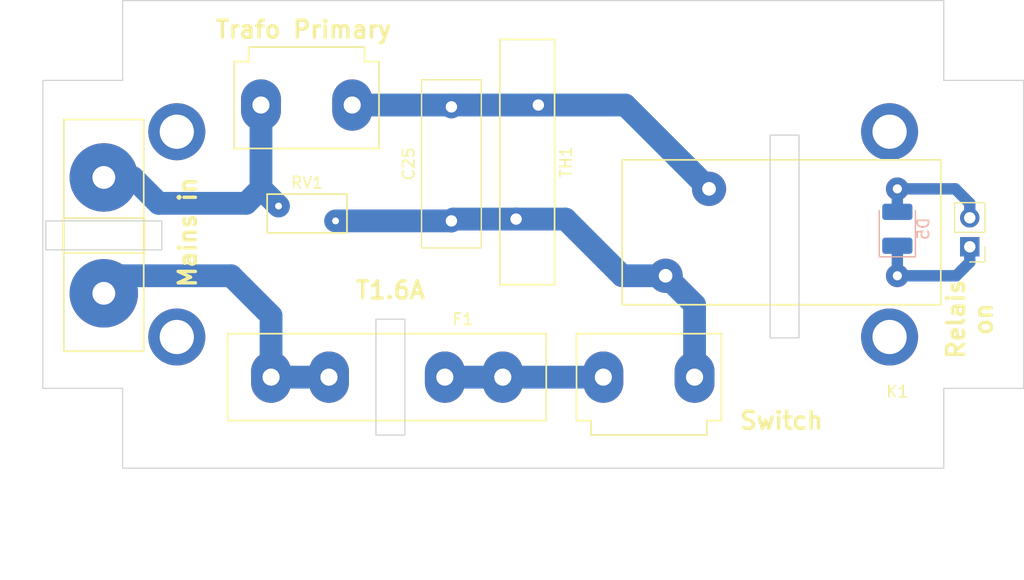
<source format=kicad_pcb>
(kicad_pcb (version 20171130) (host pcbnew 5.0.2-bee76a0~70~ubuntu16.04.1)

  (general
    (thickness 1.6)
    (drawings 30)
    (tracks 39)
    (zones 0)
    (modules 10)
    (nets 8)
  )

  (page A4)
  (layers
    (0 F.Cu signal)
    (31 B.Cu signal)
    (32 B.Adhes user)
    (33 F.Adhes user)
    (34 B.Paste user)
    (35 F.Paste user)
    (36 B.SilkS user)
    (37 F.SilkS user)
    (38 B.Mask user)
    (39 F.Mask user)
    (40 Dwgs.User user)
    (41 Cmts.User user)
    (42 Eco1.User user)
    (43 Eco2.User user)
    (44 Edge.Cuts user)
    (45 Margin user)
    (46 B.CrtYd user)
    (47 F.CrtYd user)
    (48 B.Fab user)
    (49 F.Fab user)
  )

  (setup
    (last_trace_width 0.5)
    (trace_clearance 0.5)
    (zone_clearance 0.508)
    (zone_45_only no)
    (trace_min 0.2)
    (segment_width 0.2)
    (edge_width 0.1)
    (via_size 0.8)
    (via_drill 0.4)
    (via_min_size 0.4)
    (via_min_drill 0.3)
    (uvia_size 0.3)
    (uvia_drill 0.1)
    (uvias_allowed no)
    (uvia_min_size 0.2)
    (uvia_min_drill 0.1)
    (pcb_text_width 0.3)
    (pcb_text_size 1.5 1.5)
    (mod_edge_width 0.15)
    (mod_text_size 1 1)
    (mod_text_width 0.15)
    (pad_size 1.5 1.5)
    (pad_drill 0.6)
    (pad_to_mask_clearance 0)
    (solder_mask_min_width 0.25)
    (aux_axis_origin 0 0)
    (visible_elements FFFFFF7F)
    (pcbplotparams
      (layerselection 0x00040_7ffffffe)
      (usegerberextensions false)
      (usegerberattributes false)
      (usegerberadvancedattributes false)
      (creategerberjobfile false)
      (excludeedgelayer true)
      (linewidth 0.100000)
      (plotframeref false)
      (viasonmask false)
      (mode 1)
      (useauxorigin false)
      (hpglpennumber 1)
      (hpglpenspeed 20)
      (hpglpendiameter 15.000000)
      (psnegative false)
      (psa4output false)
      (plotreference true)
      (plotvalue true)
      (plotinvisibletext false)
      (padsonsilk false)
      (subtractmaskfromsilk false)
      (outputformat 3)
      (mirror false)
      (drillshape 1)
      (scaleselection 1)
      (outputdirectory ""))
  )

  (net 0 "")
  (net 1 "Net-(C25-Pad1)")
  (net 2 "Net-(C25-Pad2)")
  (net 3 "Net-(D5-Pad1)")
  (net 4 "Net-(D5-Pad2)")
  (net 5 "Net-(F1-Pad2)")
  (net 6 "Net-(F1-Pad1)")
  (net 7 "Net-(J1-Pad2)")

  (net_class Default "This is the default net class."
    (clearance 0.5)
    (trace_width 0.5)
    (via_dia 0.8)
    (via_drill 0.4)
    (uvia_dia 0.3)
    (uvia_drill 0.1)
    (add_net "Net-(C25-Pad1)")
    (add_net "Net-(C25-Pad2)")
    (add_net "Net-(D5-Pad1)")
    (add_net "Net-(D5-Pad2)")
    (add_net "Net-(F1-Pad1)")
    (add_net "Net-(F1-Pad2)")
    (add_net "Net-(J1-Pad2)")
  )

  (module Capacitor_THT:C_Disc_D14.5mm_W5.0mm_P10.00mm (layer F.Cu) (tedit 5AE50EF0) (tstamp 5D44471D)
    (at 35.83 19.32 90)
    (descr "C, Disc series, Radial, pin pitch=10.00mm, , diameter*width=14.5*5.0mm^2, Capacitor, http://www.vishay.com/docs/28535/vy2series.pdf")
    (tags "C Disc series Radial pin pitch 10.00mm  diameter 14.5mm width 5.0mm Capacitor")
    (path /5BCEF457)
    (fp_text reference C25 (at 5 -3.75 90) (layer F.SilkS)
      (effects (font (size 1 1) (thickness 0.15)))
    )
    (fp_text value "203M SF 250V AC" (at 5 3.75 90) (layer F.Fab)
      (effects (font (size 1 1) (thickness 0.15)))
    )
    (fp_line (start -2.25 -2.5) (end -2.25 2.5) (layer F.Fab) (width 0.1))
    (fp_line (start -2.25 2.5) (end 12.25 2.5) (layer F.Fab) (width 0.1))
    (fp_line (start 12.25 2.5) (end 12.25 -2.5) (layer F.Fab) (width 0.1))
    (fp_line (start 12.25 -2.5) (end -2.25 -2.5) (layer F.Fab) (width 0.1))
    (fp_line (start -2.37 -2.62) (end 12.37 -2.62) (layer F.SilkS) (width 0.12))
    (fp_line (start -2.37 2.62) (end 12.37 2.62) (layer F.SilkS) (width 0.12))
    (fp_line (start -2.37 -2.62) (end -2.37 2.62) (layer F.SilkS) (width 0.12))
    (fp_line (start 12.37 -2.62) (end 12.37 2.62) (layer F.SilkS) (width 0.12))
    (fp_line (start -2.5 -2.75) (end -2.5 2.75) (layer F.CrtYd) (width 0.05))
    (fp_line (start -2.5 2.75) (end 12.5 2.75) (layer F.CrtYd) (width 0.05))
    (fp_line (start 12.5 2.75) (end 12.5 -2.75) (layer F.CrtYd) (width 0.05))
    (fp_line (start 12.5 -2.75) (end -2.5 -2.75) (layer F.CrtYd) (width 0.05))
    (fp_text user %R (at 5 0 90) (layer F.Fab)
      (effects (font (size 1 1) (thickness 0.15)))
    )
    (pad 1 thru_hole circle (at 0 0 90) (size 2 2) (drill 1) (layers *.Cu *.Mask)
      (net 1 "Net-(C25-Pad1)"))
    (pad 2 thru_hole circle (at 10 0 90) (size 2 2) (drill 1) (layers *.Cu *.Mask)
      (net 2 "Net-(C25-Pad2)"))
    (model ${KISYS3DMOD}/Capacitor_THT.3dshapes/C_Disc_D14.5mm_W5.0mm_P10.00mm.wrl
      (at (xyz 0 0 0))
      (scale (xyz 1 1 1))
      (rotate (xyz 0 0 0))
    )
  )

  (module mixersupply_fuse:Fuseholder0520 (layer F.Cu) (tedit 5BC4A14C) (tstamp 5D444CEB)
    (at 30.173639 33.02)
    (path /5BA8F401)
    (fp_text reference F1 (at 6.656361 -5.08) (layer F.SilkS)
      (effects (font (size 1 1) (thickness 0.15)))
    )
    (fp_text value "Fuse 1.6A T" (at 0 -6.35) (layer F.Fab)
      (effects (font (size 1 1) (thickness 0.15)))
    )
    (fp_line (start 13.97 -3.81) (end 13.97 3.81) (layer F.SilkS) (width 0.15))
    (fp_line (start 13.97 3.81) (end -13.97 3.81) (layer F.SilkS) (width 0.15))
    (fp_line (start -13.97 3.81) (end -13.97 -3.81) (layer F.SilkS) (width 0.15))
    (fp_line (start -13.97 -3.81) (end 13.97 -3.81) (layer F.SilkS) (width 0.15))
    (pad 2 thru_hole oval (at 10.16 0 90) (size 4.5 3.5) (drill 1.5) (layers *.Cu *.Mask)
      (net 5 "Net-(F1-Pad2)"))
    (pad 2 thru_hole oval (at 5.08 0 90) (size 4.5 3.5) (drill 1.5) (layers *.Cu *.Mask)
      (net 5 "Net-(F1-Pad2)"))
    (pad 1 thru_hole oval (at -5.08 0 90) (size 4.5 3.5) (drill 1.5) (layers *.Cu *.Mask)
      (net 6 "Net-(F1-Pad1)"))
    (pad 1 thru_hole oval (at -10.16 0 90) (size 4.5 3.5) (drill 1.5) (layers *.Cu *.Mask)
      (net 6 "Net-(F1-Pad1)"))
  )

  (module mixersupply_connectors:AC_Connector (layer F.Cu) (tedit 5D4449A4) (tstamp 5D444500)
    (at 5.35 20.59 90)
    (path /5BAE5D12)
    (fp_text reference J1 (at 0 -6.985 90) (layer F.SilkS) hide
      (effects (font (size 1 1) (thickness 0.15)))
    )
    (fp_text value "230V In" (at 0 -8.255 90) (layer F.Fab)
      (effects (font (size 1 1) (thickness 0.15)))
    )
    (fp_line (start -10.16 -3.5) (end 10.16 -3.5) (layer F.SilkS) (width 0.15))
    (fp_line (start 10.16 -3.5) (end 10.16 3.5) (layer F.SilkS) (width 0.15))
    (fp_line (start 10.16 3.5) (end -10.16 3.5) (layer F.SilkS) (width 0.15))
    (fp_line (start -10.16 3.5) (end -10.16 -3.5) (layer F.SilkS) (width 0.15))
    (fp_line (start 0 -3.556) (end 1.524 -3.556) (layer F.SilkS) (width 0.15))
    (fp_line (start 1.524 -3.556) (end 1.524 3.556) (layer F.SilkS) (width 0.15))
    (fp_line (start 1.524 3.556) (end -1.524 3.556) (layer F.SilkS) (width 0.15))
    (fp_line (start -1.524 3.556) (end -1.524 -3.556) (layer F.SilkS) (width 0.15))
    (fp_line (start -1.524 -3.556) (end 0 -3.556) (layer F.SilkS) (width 0.15))
    (pad 1 thru_hole circle (at -5.08 0 90) (size 6 6) (drill 2) (layers *.Cu *.Mask)
      (net 6 "Net-(F1-Pad1)"))
    (pad 2 thru_hole circle (at 5.08 0 90) (size 6 6) (drill 2) (layers *.Cu *.Mask)
      (net 7 "Net-(J1-Pad2)"))
  )

  (module mixersupply_connectors:2Pin_8mm_w_clipconnector (layer F.Cu) (tedit 5D444941) (tstamp 5CEFA622)
    (at 53.15 33.02 180)
    (path /5BD2B533)
    (fp_text reference J2 (at 0 -6.35 180) (layer F.SilkS) hide
      (effects (font (size 1 1) (thickness 0.15)))
    )
    (fp_text value "PWR Switch" (at 0 -7.62 180) (layer F.Fab)
      (effects (font (size 1 1) (thickness 0.15)))
    )
    (fp_line (start 6.35 -3.81) (end 6.35 3.81) (layer F.SilkS) (width 0.15))
    (fp_line (start 6.35 3.81) (end -6.35 3.81) (layer F.SilkS) (width 0.15))
    (fp_line (start -6.35 3.81) (end -6.35 -3.81) (layer F.SilkS) (width 0.15))
    (fp_line (start -6.35 -3.81) (end -5.08 -3.81) (layer F.SilkS) (width 0.15))
    (fp_line (start -5.08 -3.81) (end -5.08 -5.08) (layer F.SilkS) (width 0.15))
    (fp_line (start -5.08 -5.08) (end 5.08 -5.08) (layer F.SilkS) (width 0.15))
    (fp_line (start 5.08 -5.08) (end 5.08 -3.81) (layer F.SilkS) (width 0.15))
    (fp_line (start 5.08 -3.81) (end 6.35 -3.81) (layer F.SilkS) (width 0.15))
    (pad 1 thru_hole oval (at 4 0 270) (size 4.5 3.5) (drill 1.5) (layers *.Cu *.Mask)
      (net 5 "Net-(F1-Pad2)"))
    (pad 2 thru_hole oval (at -4 0 270) (size 4.5 3.5) (drill 1.5) (layers *.Cu *.Mask)
      (net 1 "Net-(C25-Pad1)"))
  )

  (module Connector_PinHeader_2.54mm:PinHeader_1x02_P2.54mm_Vertical (layer F.Cu) (tedit 5D444ADC) (tstamp 5D444A5E)
    (at 81.28 21.59 180)
    (descr "Through hole straight pin header, 1x02, 2.54mm pitch, single row")
    (tags "Through hole pin header THT 1x02 2.54mm single row")
    (path /5CF08DB4)
    (fp_text reference J3 (at 0 -2.33 180) (layer F.SilkS) hide
      (effects (font (size 1 1) (thickness 0.15)))
    )
    (fp_text value Relais_on (at 0 4.87 180) (layer F.Fab)
      (effects (font (size 1 1) (thickness 0.15)))
    )
    (fp_line (start -0.635 -1.27) (end 1.27 -1.27) (layer F.Fab) (width 0.1))
    (fp_line (start 1.27 -1.27) (end 1.27 3.81) (layer F.Fab) (width 0.1))
    (fp_line (start 1.27 3.81) (end -1.27 3.81) (layer F.Fab) (width 0.1))
    (fp_line (start -1.27 3.81) (end -1.27 -0.635) (layer F.Fab) (width 0.1))
    (fp_line (start -1.27 -0.635) (end -0.635 -1.27) (layer F.Fab) (width 0.1))
    (fp_line (start -1.33 3.87) (end 1.33 3.87) (layer F.SilkS) (width 0.12))
    (fp_line (start -1.33 1.27) (end -1.33 3.87) (layer F.SilkS) (width 0.12))
    (fp_line (start 1.33 1.27) (end 1.33 3.87) (layer F.SilkS) (width 0.12))
    (fp_line (start -1.33 1.27) (end 1.33 1.27) (layer F.SilkS) (width 0.12))
    (fp_line (start -1.33 0) (end -1.33 -1.33) (layer F.SilkS) (width 0.12))
    (fp_line (start -1.33 -1.33) (end 0 -1.33) (layer F.SilkS) (width 0.12))
    (fp_line (start -1.8 -1.8) (end -1.8 4.35) (layer F.CrtYd) (width 0.05))
    (fp_line (start -1.8 4.35) (end 1.8 4.35) (layer F.CrtYd) (width 0.05))
    (fp_line (start 1.8 4.35) (end 1.8 -1.8) (layer F.CrtYd) (width 0.05))
    (fp_line (start 1.8 -1.8) (end -1.8 -1.8) (layer F.CrtYd) (width 0.05))
    (fp_text user %R (at 0 1.27 270) (layer F.Fab)
      (effects (font (size 1 1) (thickness 0.15)))
    )
    (pad 1 thru_hole rect (at 0 0 180) (size 1.7 1.7) (drill 1) (layers *.Cu *.Mask)
      (net 3 "Net-(D5-Pad1)"))
    (pad 2 thru_hole oval (at 0 2.54 180) (size 1.7 1.7) (drill 1) (layers *.Cu *.Mask)
      (net 4 "Net-(D5-Pad2)"))
    (model ${KISYS3DMOD}/Connector_PinHeader_2.54mm.3dshapes/PinHeader_1x02_P2.54mm_Vertical.wrl
      (at (xyz 0 0 0))
      (scale (xyz 1 1 1))
      (rotate (xyz 0 0 0))
    )
  )

  (module mixersupply_connectors:2Pin_8mm_w_clipconnector (layer F.Cu) (tedit 5D44493A) (tstamp 5D4446EB)
    (at 23.13 9.16)
    (path /5BC67AD5)
    (fp_text reference J6 (at 0 -6.35) (layer F.SilkS) hide
      (effects (font (size 1 1) (thickness 0.15)))
    )
    (fp_text value "Transformator Primary" (at 0 -7.62) (layer F.Fab)
      (effects (font (size 1 1) (thickness 0.15)))
    )
    (fp_line (start 5.08 -3.81) (end 6.35 -3.81) (layer F.SilkS) (width 0.15))
    (fp_line (start 5.08 -5.08) (end 5.08 -3.81) (layer F.SilkS) (width 0.15))
    (fp_line (start -5.08 -5.08) (end 5.08 -5.08) (layer F.SilkS) (width 0.15))
    (fp_line (start -5.08 -3.81) (end -5.08 -5.08) (layer F.SilkS) (width 0.15))
    (fp_line (start -6.35 -3.81) (end -5.08 -3.81) (layer F.SilkS) (width 0.15))
    (fp_line (start -6.35 3.81) (end -6.35 -3.81) (layer F.SilkS) (width 0.15))
    (fp_line (start 6.35 3.81) (end -6.35 3.81) (layer F.SilkS) (width 0.15))
    (fp_line (start 6.35 -3.81) (end 6.35 3.81) (layer F.SilkS) (width 0.15))
    (pad 2 thru_hole oval (at -4 0 90) (size 4.5 3.5) (drill 1.5) (layers *.Cu *.Mask)
      (net 7 "Net-(J1-Pad2)"))
    (pad 1 thru_hole oval (at 4 0 90) (size 4.5 3.5) (drill 1.5) (layers *.Cu *.Mask)
      (net 2 "Net-(C25-Pad2)"))
  )

  (module "mixersupply_relay:Relais DEG SDT-S-105LMR" (layer F.Cu) (tedit 5BC4BB47) (tstamp 5D444B19)
    (at 74.93 24.13 180)
    (path /5BD04C3D)
    (fp_text reference K1 (at 0 -10.16 180) (layer F.SilkS)
      (effects (font (size 1 1) (thickness 0.15)))
    )
    (fp_text value "DEG SDT-S-105LMR" (at 0 -11.43 180) (layer F.Fab)
      (effects (font (size 1 1) (thickness 0.15)))
    )
    (fp_line (start -3.81 -2.54) (end 24.13 -2.54) (layer F.SilkS) (width 0.15))
    (fp_line (start 24.13 -2.54) (end 24.13 10.16) (layer F.SilkS) (width 0.15))
    (fp_line (start 24.13 10.16) (end -3.81 10.16) (layer F.SilkS) (width 0.15))
    (fp_line (start -3.81 10.16) (end -3.81 -2.54) (layer F.SilkS) (width 0.15))
    (pad A1 thru_hole circle (at 0 0 180) (size 2 2) (drill 0.8) (layers *.Cu *.Mask)
      (net 3 "Net-(D5-Pad1)"))
    (pad A2 thru_hole circle (at 0 7.62 180) (size 2 2) (drill 0.8) (layers *.Cu *.Mask)
      (net 4 "Net-(D5-Pad2)"))
    (pad 11 thru_hole circle (at 16.51 7.62 180) (size 3 3) (drill 1.2) (layers *.Cu *.Mask)
      (net 2 "Net-(C25-Pad2)"))
    (pad 14 thru_hole circle (at 20.32 0 180) (size 3 3) (drill 1.2) (layers *.Cu *.Mask)
      (net 1 "Net-(C25-Pad1)"))
  )

  (module Varistor:RV_Disc_D7mm_W3.4mm_P5mm (layer F.Cu) (tedit 5A0F68DF) (tstamp 5D444678)
    (at 25.67 19.32 180)
    (descr "Varistor, diameter 7mm, width 3.4mm, pitch 5mm")
    (tags "varistor SIOV")
    (path /5BDC383D)
    (fp_text reference RV1 (at 2.5 3.35 180) (layer F.SilkS)
      (effects (font (size 1 1) (thickness 0.15)))
    )
    (fp_text value Varistor (at 2.5 -2.05 180) (layer F.Fab)
      (effects (font (size 1 1) (thickness 0.15)))
    )
    (fp_text user %R (at 2.5 0.65 180) (layer F.Fab)
      (effects (font (size 1 1) (thickness 0.15)))
    )
    (fp_line (start -1.25 2.6) (end 6.25 2.6) (layer F.CrtYd) (width 0.05))
    (fp_line (start -1.25 -1.3) (end 6.25 -1.3) (layer F.CrtYd) (width 0.05))
    (fp_line (start 6.25 -1.3) (end 6.25 2.6) (layer F.CrtYd) (width 0.05))
    (fp_line (start -1.25 -1.3) (end -1.25 2.6) (layer F.CrtYd) (width 0.05))
    (fp_line (start -1 2.35) (end 6 2.35) (layer F.SilkS) (width 0.15))
    (fp_line (start -1 -1.05) (end 6 -1.05) (layer F.SilkS) (width 0.15))
    (fp_line (start 6 -1.05) (end 6 2.35) (layer F.SilkS) (width 0.15))
    (fp_line (start -1 -1.05) (end -1 2.35) (layer F.SilkS) (width 0.15))
    (fp_line (start -1 2.35) (end 6 2.35) (layer F.Fab) (width 0.1))
    (fp_line (start -1 -1.05) (end 6 -1.05) (layer F.Fab) (width 0.1))
    (fp_line (start 6 -1.05) (end 6 2.35) (layer F.Fab) (width 0.1))
    (fp_line (start -1 -1.05) (end -1 2.35) (layer F.Fab) (width 0.1))
    (pad 1 thru_hole circle (at 0 0 180) (size 1.6 1.6) (drill 0.6) (layers *.Cu *.Mask)
      (net 1 "Net-(C25-Pad1)"))
    (pad 2 thru_hole circle (at 5 1.3 180) (size 1.6 1.6) (drill 0.6) (layers *.Cu *.Mask)
      (net 7 "Net-(J1-Pad2)"))
    (model ${KISYS3DMOD}/Varistor.3dshapes/RV_Disc_D7mm_W3.4mm_P5mm.wrl
      (at (xyz 0 0 0))
      (scale (xyz 1 1 1))
      (rotate (xyz 0 0 0))
    )
  )

  (module Varistor:RV_Disc_D21.5mm_W4.8mm_P10mm (layer F.Cu) (tedit 5A0F68FE) (tstamp 5D4446AE)
    (at 41.5 19.16 90)
    (descr "Varistor, diameter 21.5mm, width 4.8mm, pitch 10mm")
    (tags "varistor SIOV")
    (path /5BCBFCA3)
    (fp_text reference TH1 (at 5 4.375 90) (layer F.SilkS)
      (effects (font (size 1 1) (thickness 0.15)))
    )
    (fp_text value Thermistor_NTC (at 5 -2.425 90) (layer F.Fab)
      (effects (font (size 1 1) (thickness 0.15)))
    )
    (fp_text user %R (at 5 0.975 90) (layer F.Fab)
      (effects (font (size 1 1) (thickness 0.15)))
    )
    (fp_line (start -6 3.63) (end 16 3.63) (layer F.CrtYd) (width 0.05))
    (fp_line (start -6 -1.68) (end 16 -1.68) (layer F.CrtYd) (width 0.05))
    (fp_line (start 16 -1.68) (end 16 3.63) (layer F.CrtYd) (width 0.05))
    (fp_line (start -6 -1.68) (end -6 3.63) (layer F.CrtYd) (width 0.05))
    (fp_line (start -5.75 3.375) (end 15.75 3.375) (layer F.SilkS) (width 0.15))
    (fp_line (start -5.75 -1.425) (end 15.75 -1.425) (layer F.SilkS) (width 0.15))
    (fp_line (start 15.75 -1.425) (end 15.75 3.375) (layer F.SilkS) (width 0.15))
    (fp_line (start -5.75 -1.425) (end -5.75 3.375) (layer F.SilkS) (width 0.15))
    (fp_line (start -5.75 3.375) (end 15.75 3.375) (layer F.Fab) (width 0.1))
    (fp_line (start -5.75 -1.425) (end 15.75 -1.425) (layer F.Fab) (width 0.1))
    (fp_line (start 15.75 -1.425) (end 15.75 3.375) (layer F.Fab) (width 0.1))
    (fp_line (start -5.75 -1.425) (end -5.75 3.375) (layer F.Fab) (width 0.1))
    (pad 1 thru_hole circle (at 0 0 90) (size 2 2) (drill 1) (layers *.Cu *.Mask)
      (net 1 "Net-(C25-Pad1)"))
    (pad 2 thru_hole circle (at 10 1.95 90) (size 2 2) (drill 1) (layers *.Cu *.Mask)
      (net 2 "Net-(C25-Pad2)"))
    (model ${KISYS3DMOD}/Varistor.3dshapes/RV_Disc_D21.5mm_W4.8mm_P10mm.wrl
      (at (xyz 0 0 0))
      (scale (xyz 1 1 1))
      (rotate (xyz 0 0 0))
    )
  )

  (module Diode_SMD:D_1210_3225Metric_Pad1.42x2.65mm_HandSolder (layer B.Cu) (tedit 5B4B45C8) (tstamp 5D444FA2)
    (at 74.93 20.0125 90)
    (descr "Diode SMD 1210 (3225 Metric), square (rectangular) end terminal, IPC_7351 nominal, (Body size source: http://www.tortai-tech.com/upload/download/2011102023233369053.pdf), generated with kicad-footprint-generator")
    (tags "diode handsolder")
    (path /5BA90880)
    (attr smd)
    (fp_text reference D5 (at 0 2.28 90) (layer B.SilkS)
      (effects (font (size 1 1) (thickness 0.15)) (justify mirror))
    )
    (fp_text value DIODE (at 0 -2.28 90) (layer B.Fab)
      (effects (font (size 1 1) (thickness 0.15)) (justify mirror))
    )
    (fp_line (start 1.6 1.25) (end -0.975 1.25) (layer B.Fab) (width 0.1))
    (fp_line (start -0.975 1.25) (end -1.6 0.625) (layer B.Fab) (width 0.1))
    (fp_line (start -1.6 0.625) (end -1.6 -1.25) (layer B.Fab) (width 0.1))
    (fp_line (start -1.6 -1.25) (end 1.6 -1.25) (layer B.Fab) (width 0.1))
    (fp_line (start 1.6 -1.25) (end 1.6 1.25) (layer B.Fab) (width 0.1))
    (fp_line (start 1.6 1.585) (end -2.46 1.585) (layer B.SilkS) (width 0.12))
    (fp_line (start -2.46 1.585) (end -2.46 -1.585) (layer B.SilkS) (width 0.12))
    (fp_line (start -2.46 -1.585) (end 1.6 -1.585) (layer B.SilkS) (width 0.12))
    (fp_line (start -2.45 -1.58) (end -2.45 1.58) (layer B.CrtYd) (width 0.05))
    (fp_line (start -2.45 1.58) (end 2.45 1.58) (layer B.CrtYd) (width 0.05))
    (fp_line (start 2.45 1.58) (end 2.45 -1.58) (layer B.CrtYd) (width 0.05))
    (fp_line (start 2.45 -1.58) (end -2.45 -1.58) (layer B.CrtYd) (width 0.05))
    (fp_text user %R (at 0 0 90) (layer B.Fab)
      (effects (font (size 0.8 0.8) (thickness 0.12)) (justify mirror))
    )
    (pad 1 smd roundrect (at -1.4875 0 90) (size 1.425 2.65) (layers B.Cu B.Paste B.Mask) (roundrect_rratio 0.175439)
      (net 3 "Net-(D5-Pad1)"))
    (pad 2 smd roundrect (at 1.4875 0 90) (size 1.425 2.65) (layers B.Cu B.Paste B.Mask) (roundrect_rratio 0.175439)
      (net 4 "Net-(D5-Pad2)"))
    (model ${KISYS3DMOD}/Diode_SMD.3dshapes/D_1210_3225Metric.wrl
      (at (xyz 0 0 0))
      (scale (xyz 1 1 1))
      (rotate (xyz 0 0 0))
    )
  )

  (gr_text "For plastic case:\nKunststoffgehäuse 0021-002-093\n95x48x37 (outer dimensions)" (at 30.48 46.99) (layer F.Fab)
    (effects (font (size 1.5 1.5) (thickness 0.3)))
  )
  (gr_text "Relais\non" (at 81.28 27.94 90) (layer F.SilkS)
    (effects (font (size 1.5 1.5) (thickness 0.3)))
  )
  (gr_text "Trafo Primary" (at 22.86 2.54) (layer F.SilkS)
    (effects (font (size 1.5 1.5) (thickness 0.3)))
  )
  (gr_text "Mains in" (at 12.7 20.32 90) (layer F.SilkS)
    (effects (font (size 1.5 1.5) (thickness 0.3)))
  )
  (gr_text T1.6A (at 30.48 25.4) (layer F.SilkS)
    (effects (font (size 1.5 1.5) (thickness 0.3)))
  )
  (gr_text Switch (at 64.77 36.83) (layer F.SilkS)
    (effects (font (size 1.5 1.5) (thickness 0.3)))
  )
  (gr_line (start 29.21 38.1) (end 29.21 27.94) (layer Edge.Cuts) (width 0.1))
  (gr_line (start 31.75 38.1) (end 29.21 38.1) (layer Edge.Cuts) (width 0.1))
  (gr_line (start 31.75 27.94) (end 31.75 38.1) (layer Edge.Cuts) (width 0.1))
  (gr_line (start 29.21 27.94) (end 31.75 27.94) (layer Edge.Cuts) (width 0.1))
  (gr_line (start 7 34) (end 0 34) (layer Edge.Cuts) (width 0.1))
  (gr_line (start 10.43 21.86) (end 0.27 21.86) (layer Edge.Cuts) (width 0.1))
  (gr_line (start 7 41) (end 7 34) (layer Edge.Cuts) (width 0.1))
  (gr_line (start 66.31 29.575) (end 63.77 29.575) (layer Edge.Cuts) (width 0.1) (tstamp 5D444A47))
  (gr_line (start 7 7) (end 7 0) (layer Edge.Cuts) (width 0.1))
  (gr_line (start 0 7) (end 7 7) (layer Edge.Cuts) (width 0.1))
  (gr_line (start 79 34) (end 79 41) (layer Edge.Cuts) (width 0.1))
  (gr_line (start 86 34) (end 79 34) (layer Edge.Cuts) (width 0.1))
  (gr_line (start 79 7) (end 86 7) (layer Edge.Cuts) (width 0.1))
  (gr_line (start 79 0) (end 79 7) (layer Edge.Cuts) (width 0.1))
  (gr_line (start 0.27 21.86) (end 0.27 19.32) (layer Edge.Cuts) (width 0.1))
  (gr_line (start 10.43 19.32) (end 10.43 21.86) (layer Edge.Cuts) (width 0.1))
  (gr_line (start 0.27 19.32) (end 10.43 19.32) (layer Edge.Cuts) (width 0.1))
  (gr_line (start 0 34) (end 0 7) (layer Edge.Cuts) (width 0.1))
  (gr_line (start 79 41) (end 7 41) (layer Edge.Cuts) (width 0.1))
  (gr_line (start 86 7) (end 86 34) (layer Edge.Cuts) (width 0.1))
  (gr_line (start 7 0) (end 79 0) (layer Edge.Cuts) (width 0.1))
  (gr_line (start 63.77 11.795) (end 63.77 29.575) (layer Edge.Cuts) (width 0.1) (tstamp 5D444A44))
  (gr_line (start 66.31 11.795) (end 63.77 11.795) (layer Edge.Cuts) (width 0.1) (tstamp 5D444A41))
  (gr_line (start 66.31 29.575) (end 66.31 11.795) (layer Edge.Cuts) (width 0.1) (tstamp 5D444A3E))

  (via (at 11.75 11.5) (size 5) (drill 3) (layers F.Cu B.Cu) (net 0))
  (via (at 74.25 11.5) (size 5) (drill 3) (layers F.Cu B.Cu) (net 0) (tstamp 5CEFB6A1))
  (via (at 74.25 29.5) (size 5) (drill 3) (layers F.Cu B.Cu) (net 0) (tstamp 5CEFB6A3))
  (via (at 11.75 29.5) (size 5) (drill 3) (layers F.Cu B.Cu) (net 0) (tstamp 5CEFB3E8))
  (segment (start 35.83 19.32) (end 25.67 19.32) (width 2) (layer B.Cu) (net 1) (tstamp 5D444709) (status 30))
  (segment (start 35.99 19.16) (end 35.83 19.32) (width 2) (layer B.Cu) (net 1) (tstamp 5D444661) (status 30))
  (segment (start 41.5 19.16) (end 35.99 19.16) (width 2) (layer B.Cu) (net 1) (tstamp 5D44465E) (status 30))
  (segment (start 57.15 26.67) (end 54.61 24.13) (width 2) (layer B.Cu) (net 1))
  (segment (start 57.15 33.02) (end 57.15 26.67) (width 2) (layer B.Cu) (net 1))
  (segment (start 41.5 19.16) (end 45.83 19.16) (width 2) (layer B.Cu) (net 1))
  (segment (start 45.83 19.16) (end 50.8 24.13) (width 2) (layer B.Cu) (net 1))
  (segment (start 50.8 24.13) (end 54.61 24.13) (width 2) (layer B.Cu) (net 1))
  (segment (start 35.99 9.16) (end 35.83 9.32) (width 2) (layer B.Cu) (net 2) (tstamp 5D4446D6) (status 30))
  (segment (start 43.45 9.16) (end 35.99 9.16) (width 2) (layer B.Cu) (net 2) (tstamp 5D4446D3) (status 30))
  (segment (start 35.67 9.16) (end 35.83 9.32) (width 2) (layer B.Cu) (net 2) (tstamp 5D44465B))
  (segment (start 27.13 9.16) (end 35.67 9.16) (width 2) (layer B.Cu) (net 2) (tstamp 5D444664))
  (segment (start 51.07 9.16) (end 43.45 9.16) (width 2) (layer B.Cu) (net 2))
  (segment (start 58.42 16.51) (end 51.07 9.16) (width 2) (layer B.Cu) (net 2))
  (segment (start 74.93 24.13) (end 74.93 21.5) (width 1) (layer B.Cu) (net 3))
  (segment (start 81.28 22.94) (end 80.09 24.13) (width 1) (layer B.Cu) (net 3))
  (segment (start 81.28 21.59) (end 81.28 22.94) (width 1) (layer B.Cu) (net 3))
  (segment (start 80.09 24.13) (end 74.93 24.13) (width 1) (layer B.Cu) (net 3))
  (segment (start 74.93 16.51) (end 74.93 18.525) (width 1) (layer B.Cu) (net 4))
  (segment (start 81.28 19.05) (end 81.28 17.78) (width 1) (layer B.Cu) (net 4))
  (segment (start 80.01 16.51) (end 74.93 16.51) (width 1) (layer B.Cu) (net 4))
  (segment (start 81.28 17.78) (end 80.01 16.51) (width 1) (layer B.Cu) (net 4))
  (segment (start 35.253639 33.02) (end 40.333639 33.02) (width 2) (layer B.Cu) (net 5))
  (segment (start 40.333639 33.02) (end 49.15 33.02) (width 2) (layer B.Cu) (net 5))
  (segment (start 5.35 25.67) (end 6.89 24.13) (width 2) (layer B.Cu) (net 6))
  (segment (start 6.89 24.13) (end 16.51 24.13) (width 2) (layer B.Cu) (net 6))
  (segment (start 20.013639 27.633639) (end 20.013639 33.02) (width 2) (layer B.Cu) (net 6))
  (segment (start 16.51 24.13) (end 20.013639 27.633639) (width 2) (layer B.Cu) (net 6))
  (segment (start 20.013639 33.02) (end 25.093639 33.02) (width 2) (layer B.Cu) (net 6))
  (segment (start 19.13 16.48) (end 20.67 18.02) (width 2) (layer B.Cu) (net 7) (tstamp 5D4446DC))
  (segment (start 19.13 9.16) (end 19.13 16.48) (width 2) (layer B.Cu) (net 7) (tstamp 5D4446D9))
  (segment (start 17.83 17.78) (end 19.13 16.48) (width 2) (layer B.Cu) (net 7))
  (segment (start 10.16 17.78) (end 17.83 17.78) (width 2) (layer B.Cu) (net 7))
  (segment (start 7.89 15.51) (end 10.16 17.78) (width 2) (layer B.Cu) (net 7))
  (segment (start 5.35 15.51) (end 7.89 15.51) (width 1) (layer B.Cu) (net 7))

)

</source>
